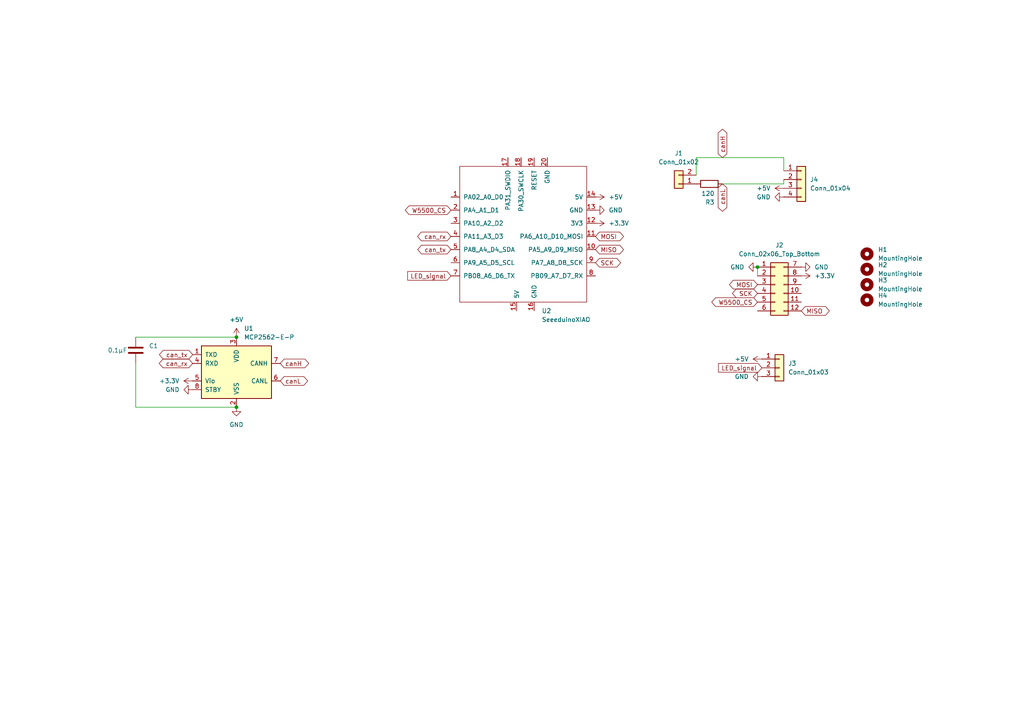
<source format=kicad_sch>
(kicad_sch
	(version 20231120)
	(generator "eeschema")
	(generator_version "8.0")
	(uuid "1bd3dd4b-1ec3-41a8-9869-f843b741b41d")
	(paper "A4")
	(lib_symbols
		(symbol "Connector_Generic:Conn_01x02"
			(pin_names
				(offset 1.016) hide)
			(exclude_from_sim no)
			(in_bom yes)
			(on_board yes)
			(property "Reference" "J"
				(at 0 2.54 0)
				(effects
					(font
						(size 1.27 1.27)
					)
				)
			)
			(property "Value" "Conn_01x02"
				(at 0 -5.08 0)
				(effects
					(font
						(size 1.27 1.27)
					)
				)
			)
			(property "Footprint" ""
				(at 0 0 0)
				(effects
					(font
						(size 1.27 1.27)
					)
					(hide yes)
				)
			)
			(property "Datasheet" "~"
				(at 0 0 0)
				(effects
					(font
						(size 1.27 1.27)
					)
					(hide yes)
				)
			)
			(property "Description" "Generic connector, single row, 01x02, script generated (kicad-library-utils/schlib/autogen/connector/)"
				(at 0 0 0)
				(effects
					(font
						(size 1.27 1.27)
					)
					(hide yes)
				)
			)
			(property "ki_keywords" "connector"
				(at 0 0 0)
				(effects
					(font
						(size 1.27 1.27)
					)
					(hide yes)
				)
			)
			(property "ki_fp_filters" "Connector*:*_1x??_*"
				(at 0 0 0)
				(effects
					(font
						(size 1.27 1.27)
					)
					(hide yes)
				)
			)
			(symbol "Conn_01x02_1_1"
				(rectangle
					(start -1.27 -2.413)
					(end 0 -2.667)
					(stroke
						(width 0.1524)
						(type default)
					)
					(fill
						(type none)
					)
				)
				(rectangle
					(start -1.27 0.127)
					(end 0 -0.127)
					(stroke
						(width 0.1524)
						(type default)
					)
					(fill
						(type none)
					)
				)
				(rectangle
					(start -1.27 1.27)
					(end 1.27 -3.81)
					(stroke
						(width 0.254)
						(type default)
					)
					(fill
						(type background)
					)
				)
				(pin passive line
					(at -5.08 0 0)
					(length 3.81)
					(name "Pin_1"
						(effects
							(font
								(size 1.27 1.27)
							)
						)
					)
					(number "1"
						(effects
							(font
								(size 1.27 1.27)
							)
						)
					)
				)
				(pin passive line
					(at -5.08 -2.54 0)
					(length 3.81)
					(name "Pin_2"
						(effects
							(font
								(size 1.27 1.27)
							)
						)
					)
					(number "2"
						(effects
							(font
								(size 1.27 1.27)
							)
						)
					)
				)
			)
		)
		(symbol "Connector_Generic:Conn_01x03"
			(pin_names
				(offset 1.016) hide)
			(exclude_from_sim no)
			(in_bom yes)
			(on_board yes)
			(property "Reference" "J"
				(at 0 5.08 0)
				(effects
					(font
						(size 1.27 1.27)
					)
				)
			)
			(property "Value" "Conn_01x03"
				(at 0 -5.08 0)
				(effects
					(font
						(size 1.27 1.27)
					)
				)
			)
			(property "Footprint" ""
				(at 0 0 0)
				(effects
					(font
						(size 1.27 1.27)
					)
					(hide yes)
				)
			)
			(property "Datasheet" "~"
				(at 0 0 0)
				(effects
					(font
						(size 1.27 1.27)
					)
					(hide yes)
				)
			)
			(property "Description" "Generic connector, single row, 01x03, script generated (kicad-library-utils/schlib/autogen/connector/)"
				(at 0 0 0)
				(effects
					(font
						(size 1.27 1.27)
					)
					(hide yes)
				)
			)
			(property "ki_keywords" "connector"
				(at 0 0 0)
				(effects
					(font
						(size 1.27 1.27)
					)
					(hide yes)
				)
			)
			(property "ki_fp_filters" "Connector*:*_1x??_*"
				(at 0 0 0)
				(effects
					(font
						(size 1.27 1.27)
					)
					(hide yes)
				)
			)
			(symbol "Conn_01x03_1_1"
				(rectangle
					(start -1.27 -2.413)
					(end 0 -2.667)
					(stroke
						(width 0.1524)
						(type default)
					)
					(fill
						(type none)
					)
				)
				(rectangle
					(start -1.27 0.127)
					(end 0 -0.127)
					(stroke
						(width 0.1524)
						(type default)
					)
					(fill
						(type none)
					)
				)
				(rectangle
					(start -1.27 2.667)
					(end 0 2.413)
					(stroke
						(width 0.1524)
						(type default)
					)
					(fill
						(type none)
					)
				)
				(rectangle
					(start -1.27 3.81)
					(end 1.27 -3.81)
					(stroke
						(width 0.254)
						(type default)
					)
					(fill
						(type background)
					)
				)
				(pin passive line
					(at -5.08 2.54 0)
					(length 3.81)
					(name "Pin_1"
						(effects
							(font
								(size 1.27 1.27)
							)
						)
					)
					(number "1"
						(effects
							(font
								(size 1.27 1.27)
							)
						)
					)
				)
				(pin passive line
					(at -5.08 0 0)
					(length 3.81)
					(name "Pin_2"
						(effects
							(font
								(size 1.27 1.27)
							)
						)
					)
					(number "2"
						(effects
							(font
								(size 1.27 1.27)
							)
						)
					)
				)
				(pin passive line
					(at -5.08 -2.54 0)
					(length 3.81)
					(name "Pin_3"
						(effects
							(font
								(size 1.27 1.27)
							)
						)
					)
					(number "3"
						(effects
							(font
								(size 1.27 1.27)
							)
						)
					)
				)
			)
		)
		(symbol "Connector_Generic:Conn_01x04"
			(pin_names
				(offset 1.016) hide)
			(exclude_from_sim no)
			(in_bom yes)
			(on_board yes)
			(property "Reference" "J"
				(at 0 5.08 0)
				(effects
					(font
						(size 1.27 1.27)
					)
				)
			)
			(property "Value" "Conn_01x04"
				(at 0 -7.62 0)
				(effects
					(font
						(size 1.27 1.27)
					)
				)
			)
			(property "Footprint" ""
				(at 0 0 0)
				(effects
					(font
						(size 1.27 1.27)
					)
					(hide yes)
				)
			)
			(property "Datasheet" "~"
				(at 0 0 0)
				(effects
					(font
						(size 1.27 1.27)
					)
					(hide yes)
				)
			)
			(property "Description" "Generic connector, single row, 01x04, script generated (kicad-library-utils/schlib/autogen/connector/)"
				(at 0 0 0)
				(effects
					(font
						(size 1.27 1.27)
					)
					(hide yes)
				)
			)
			(property "ki_keywords" "connector"
				(at 0 0 0)
				(effects
					(font
						(size 1.27 1.27)
					)
					(hide yes)
				)
			)
			(property "ki_fp_filters" "Connector*:*_1x??_*"
				(at 0 0 0)
				(effects
					(font
						(size 1.27 1.27)
					)
					(hide yes)
				)
			)
			(symbol "Conn_01x04_1_1"
				(rectangle
					(start -1.27 -4.953)
					(end 0 -5.207)
					(stroke
						(width 0.1524)
						(type default)
					)
					(fill
						(type none)
					)
				)
				(rectangle
					(start -1.27 -2.413)
					(end 0 -2.667)
					(stroke
						(width 0.1524)
						(type default)
					)
					(fill
						(type none)
					)
				)
				(rectangle
					(start -1.27 0.127)
					(end 0 -0.127)
					(stroke
						(width 0.1524)
						(type default)
					)
					(fill
						(type none)
					)
				)
				(rectangle
					(start -1.27 2.667)
					(end 0 2.413)
					(stroke
						(width 0.1524)
						(type default)
					)
					(fill
						(type none)
					)
				)
				(rectangle
					(start -1.27 3.81)
					(end 1.27 -6.35)
					(stroke
						(width 0.254)
						(type default)
					)
					(fill
						(type background)
					)
				)
				(pin passive line
					(at -5.08 2.54 0)
					(length 3.81)
					(name "Pin_1"
						(effects
							(font
								(size 1.27 1.27)
							)
						)
					)
					(number "1"
						(effects
							(font
								(size 1.27 1.27)
							)
						)
					)
				)
				(pin passive line
					(at -5.08 0 0)
					(length 3.81)
					(name "Pin_2"
						(effects
							(font
								(size 1.27 1.27)
							)
						)
					)
					(number "2"
						(effects
							(font
								(size 1.27 1.27)
							)
						)
					)
				)
				(pin passive line
					(at -5.08 -2.54 0)
					(length 3.81)
					(name "Pin_3"
						(effects
							(font
								(size 1.27 1.27)
							)
						)
					)
					(number "3"
						(effects
							(font
								(size 1.27 1.27)
							)
						)
					)
				)
				(pin passive line
					(at -5.08 -5.08 0)
					(length 3.81)
					(name "Pin_4"
						(effects
							(font
								(size 1.27 1.27)
							)
						)
					)
					(number "4"
						(effects
							(font
								(size 1.27 1.27)
							)
						)
					)
				)
			)
		)
		(symbol "Connector_Generic:Conn_02x06_Top_Bottom"
			(pin_names
				(offset 1.016) hide)
			(exclude_from_sim no)
			(in_bom yes)
			(on_board yes)
			(property "Reference" "J"
				(at 1.27 7.62 0)
				(effects
					(font
						(size 1.27 1.27)
					)
				)
			)
			(property "Value" "Conn_02x06_Top_Bottom"
				(at 1.27 -10.16 0)
				(effects
					(font
						(size 1.27 1.27)
					)
				)
			)
			(property "Footprint" ""
				(at 0 0 0)
				(effects
					(font
						(size 1.27 1.27)
					)
					(hide yes)
				)
			)
			(property "Datasheet" "~"
				(at 0 0 0)
				(effects
					(font
						(size 1.27 1.27)
					)
					(hide yes)
				)
			)
			(property "Description" "Generic connector, double row, 02x06, top/bottom pin numbering scheme (row 1: 1...pins_per_row, row2: pins_per_row+1 ... num_pins), script generated (kicad-library-utils/schlib/autogen/connector/)"
				(at 0 0 0)
				(effects
					(font
						(size 1.27 1.27)
					)
					(hide yes)
				)
			)
			(property "ki_keywords" "connector"
				(at 0 0 0)
				(effects
					(font
						(size 1.27 1.27)
					)
					(hide yes)
				)
			)
			(property "ki_fp_filters" "Connector*:*_2x??_*"
				(at 0 0 0)
				(effects
					(font
						(size 1.27 1.27)
					)
					(hide yes)
				)
			)
			(symbol "Conn_02x06_Top_Bottom_1_1"
				(rectangle
					(start -1.27 -7.493)
					(end 0 -7.747)
					(stroke
						(width 0.1524)
						(type default)
					)
					(fill
						(type none)
					)
				)
				(rectangle
					(start -1.27 -4.953)
					(end 0 -5.207)
					(stroke
						(width 0.1524)
						(type default)
					)
					(fill
						(type none)
					)
				)
				(rectangle
					(start -1.27 -2.413)
					(end 0 -2.667)
					(stroke
						(width 0.1524)
						(type default)
					)
					(fill
						(type none)
					)
				)
				(rectangle
					(start -1.27 0.127)
					(end 0 -0.127)
					(stroke
						(width 0.1524)
						(type default)
					)
					(fill
						(type none)
					)
				)
				(rectangle
					(start -1.27 2.667)
					(end 0 2.413)
					(stroke
						(width 0.1524)
						(type default)
					)
					(fill
						(type none)
					)
				)
				(rectangle
					(start -1.27 5.207)
					(end 0 4.953)
					(stroke
						(width 0.1524)
						(type default)
					)
					(fill
						(type none)
					)
				)
				(rectangle
					(start -1.27 6.35)
					(end 3.81 -8.89)
					(stroke
						(width 0.254)
						(type default)
					)
					(fill
						(type background)
					)
				)
				(rectangle
					(start 3.81 -7.493)
					(end 2.54 -7.747)
					(stroke
						(width 0.1524)
						(type default)
					)
					(fill
						(type none)
					)
				)
				(rectangle
					(start 3.81 -4.953)
					(end 2.54 -5.207)
					(stroke
						(width 0.1524)
						(type default)
					)
					(fill
						(type none)
					)
				)
				(rectangle
					(start 3.81 -2.413)
					(end 2.54 -2.667)
					(stroke
						(width 0.1524)
						(type default)
					)
					(fill
						(type none)
					)
				)
				(rectangle
					(start 3.81 0.127)
					(end 2.54 -0.127)
					(stroke
						(width 0.1524)
						(type default)
					)
					(fill
						(type none)
					)
				)
				(rectangle
					(start 3.81 2.667)
					(end 2.54 2.413)
					(stroke
						(width 0.1524)
						(type default)
					)
					(fill
						(type none)
					)
				)
				(rectangle
					(start 3.81 5.207)
					(end 2.54 4.953)
					(stroke
						(width 0.1524)
						(type default)
					)
					(fill
						(type none)
					)
				)
				(pin passive line
					(at -5.08 5.08 0)
					(length 3.81)
					(name "Pin_1"
						(effects
							(font
								(size 1.27 1.27)
							)
						)
					)
					(number "1"
						(effects
							(font
								(size 1.27 1.27)
							)
						)
					)
				)
				(pin passive line
					(at 7.62 -2.54 180)
					(length 3.81)
					(name "Pin_10"
						(effects
							(font
								(size 1.27 1.27)
							)
						)
					)
					(number "10"
						(effects
							(font
								(size 1.27 1.27)
							)
						)
					)
				)
				(pin passive line
					(at 7.62 -5.08 180)
					(length 3.81)
					(name "Pin_11"
						(effects
							(font
								(size 1.27 1.27)
							)
						)
					)
					(number "11"
						(effects
							(font
								(size 1.27 1.27)
							)
						)
					)
				)
				(pin passive line
					(at 7.62 -7.62 180)
					(length 3.81)
					(name "Pin_12"
						(effects
							(font
								(size 1.27 1.27)
							)
						)
					)
					(number "12"
						(effects
							(font
								(size 1.27 1.27)
							)
						)
					)
				)
				(pin passive line
					(at -5.08 2.54 0)
					(length 3.81)
					(name "Pin_2"
						(effects
							(font
								(size 1.27 1.27)
							)
						)
					)
					(number "2"
						(effects
							(font
								(size 1.27 1.27)
							)
						)
					)
				)
				(pin passive line
					(at -5.08 0 0)
					(length 3.81)
					(name "Pin_3"
						(effects
							(font
								(size 1.27 1.27)
							)
						)
					)
					(number "3"
						(effects
							(font
								(size 1.27 1.27)
							)
						)
					)
				)
				(pin passive line
					(at -5.08 -2.54 0)
					(length 3.81)
					(name "Pin_4"
						(effects
							(font
								(size 1.27 1.27)
							)
						)
					)
					(number "4"
						(effects
							(font
								(size 1.27 1.27)
							)
						)
					)
				)
				(pin passive line
					(at -5.08 -5.08 0)
					(length 3.81)
					(name "Pin_5"
						(effects
							(font
								(size 1.27 1.27)
							)
						)
					)
					(number "5"
						(effects
							(font
								(size 1.27 1.27)
							)
						)
					)
				)
				(pin passive line
					(at -5.08 -7.62 0)
					(length 3.81)
					(name "Pin_6"
						(effects
							(font
								(size 1.27 1.27)
							)
						)
					)
					(number "6"
						(effects
							(font
								(size 1.27 1.27)
							)
						)
					)
				)
				(pin passive line
					(at 7.62 5.08 180)
					(length 3.81)
					(name "Pin_7"
						(effects
							(font
								(size 1.27 1.27)
							)
						)
					)
					(number "7"
						(effects
							(font
								(size 1.27 1.27)
							)
						)
					)
				)
				(pin passive line
					(at 7.62 2.54 180)
					(length 3.81)
					(name "Pin_8"
						(effects
							(font
								(size 1.27 1.27)
							)
						)
					)
					(number "8"
						(effects
							(font
								(size 1.27 1.27)
							)
						)
					)
				)
				(pin passive line
					(at 7.62 0 180)
					(length 3.81)
					(name "Pin_9"
						(effects
							(font
								(size 1.27 1.27)
							)
						)
					)
					(number "9"
						(effects
							(font
								(size 1.27 1.27)
							)
						)
					)
				)
			)
		)
		(symbol "Device:C"
			(pin_numbers hide)
			(pin_names
				(offset 0.254)
			)
			(exclude_from_sim no)
			(in_bom yes)
			(on_board yes)
			(property "Reference" "C"
				(at 0.635 2.54 0)
				(effects
					(font
						(size 1.27 1.27)
					)
					(justify left)
				)
			)
			(property "Value" "C"
				(at 0.635 -2.54 0)
				(effects
					(font
						(size 1.27 1.27)
					)
					(justify left)
				)
			)
			(property "Footprint" ""
				(at 0.9652 -3.81 0)
				(effects
					(font
						(size 1.27 1.27)
					)
					(hide yes)
				)
			)
			(property "Datasheet" "~"
				(at 0 0 0)
				(effects
					(font
						(size 1.27 1.27)
					)
					(hide yes)
				)
			)
			(property "Description" "Unpolarized capacitor"
				(at 0 0 0)
				(effects
					(font
						(size 1.27 1.27)
					)
					(hide yes)
				)
			)
			(property "ki_keywords" "cap capacitor"
				(at 0 0 0)
				(effects
					(font
						(size 1.27 1.27)
					)
					(hide yes)
				)
			)
			(property "ki_fp_filters" "C_*"
				(at 0 0 0)
				(effects
					(font
						(size 1.27 1.27)
					)
					(hide yes)
				)
			)
			(symbol "C_0_1"
				(polyline
					(pts
						(xy -2.032 -0.762) (xy 2.032 -0.762)
					)
					(stroke
						(width 0.508)
						(type default)
					)
					(fill
						(type none)
					)
				)
				(polyline
					(pts
						(xy -2.032 0.762) (xy 2.032 0.762)
					)
					(stroke
						(width 0.508)
						(type default)
					)
					(fill
						(type none)
					)
				)
			)
			(symbol "C_1_1"
				(pin passive line
					(at 0 3.81 270)
					(length 2.794)
					(name "~"
						(effects
							(font
								(size 1.27 1.27)
							)
						)
					)
					(number "1"
						(effects
							(font
								(size 1.27 1.27)
							)
						)
					)
				)
				(pin passive line
					(at 0 -3.81 90)
					(length 2.794)
					(name "~"
						(effects
							(font
								(size 1.27 1.27)
							)
						)
					)
					(number "2"
						(effects
							(font
								(size 1.27 1.27)
							)
						)
					)
				)
			)
		)
		(symbol "Device:R"
			(pin_numbers hide)
			(pin_names
				(offset 0)
			)
			(exclude_from_sim no)
			(in_bom yes)
			(on_board yes)
			(property "Reference" "R"
				(at 2.032 0 90)
				(effects
					(font
						(size 1.27 1.27)
					)
				)
			)
			(property "Value" "R"
				(at 0 0 90)
				(effects
					(font
						(size 1.27 1.27)
					)
				)
			)
			(property "Footprint" ""
				(at -1.778 0 90)
				(effects
					(font
						(size 1.27 1.27)
					)
					(hide yes)
				)
			)
			(property "Datasheet" "~"
				(at 0 0 0)
				(effects
					(font
						(size 1.27 1.27)
					)
					(hide yes)
				)
			)
			(property "Description" "Resistor"
				(at 0 0 0)
				(effects
					(font
						(size 1.27 1.27)
					)
					(hide yes)
				)
			)
			(property "ki_keywords" "R res resistor"
				(at 0 0 0)
				(effects
					(font
						(size 1.27 1.27)
					)
					(hide yes)
				)
			)
			(property "ki_fp_filters" "R_*"
				(at 0 0 0)
				(effects
					(font
						(size 1.27 1.27)
					)
					(hide yes)
				)
			)
			(symbol "R_0_1"
				(rectangle
					(start -1.016 -2.54)
					(end 1.016 2.54)
					(stroke
						(width 0.254)
						(type default)
					)
					(fill
						(type none)
					)
				)
			)
			(symbol "R_1_1"
				(pin passive line
					(at 0 3.81 270)
					(length 1.27)
					(name "~"
						(effects
							(font
								(size 1.27 1.27)
							)
						)
					)
					(number "1"
						(effects
							(font
								(size 1.27 1.27)
							)
						)
					)
				)
				(pin passive line
					(at 0 -3.81 90)
					(length 1.27)
					(name "~"
						(effects
							(font
								(size 1.27 1.27)
							)
						)
					)
					(number "2"
						(effects
							(font
								(size 1.27 1.27)
							)
						)
					)
				)
			)
		)
		(symbol "Interface_CAN_LIN:MCP2562-E-P"
			(pin_names
				(offset 1.016)
			)
			(exclude_from_sim no)
			(in_bom yes)
			(on_board yes)
			(property "Reference" "U"
				(at -10.16 8.89 0)
				(effects
					(font
						(size 1.27 1.27)
					)
					(justify left)
				)
			)
			(property "Value" "MCP2562-E-P"
				(at 2.54 8.89 0)
				(effects
					(font
						(size 1.27 1.27)
					)
					(justify left)
				)
			)
			(property "Footprint" "Package_DIP:DIP-8_W7.62mm"
				(at 0 -12.7 0)
				(effects
					(font
						(size 1.27 1.27)
						(italic yes)
					)
					(hide yes)
				)
			)
			(property "Datasheet" "http://ww1.microchip.com/downloads/en/DeviceDoc/25167A.pdf"
				(at 0 0 0)
				(effects
					(font
						(size 1.27 1.27)
					)
					(hide yes)
				)
			)
			(property "Description" "High-Speed CAN Transceiver, 1Mbps, 5V supply, Vio pin, -40C to +125C, DIP-8"
				(at 0 0 0)
				(effects
					(font
						(size 1.27 1.27)
					)
					(hide yes)
				)
			)
			(property "ki_keywords" "High-Speed CAN Transceiver"
				(at 0 0 0)
				(effects
					(font
						(size 1.27 1.27)
					)
					(hide yes)
				)
			)
			(property "ki_fp_filters" "DIP*W7.62mm*"
				(at 0 0 0)
				(effects
					(font
						(size 1.27 1.27)
					)
					(hide yes)
				)
			)
			(symbol "MCP2562-E-P_0_1"
				(rectangle
					(start -10.16 7.62)
					(end 10.16 -7.62)
					(stroke
						(width 0.254)
						(type default)
					)
					(fill
						(type background)
					)
				)
			)
			(symbol "MCP2562-E-P_1_1"
				(pin input line
					(at -12.7 5.08 0)
					(length 2.54)
					(name "TXD"
						(effects
							(font
								(size 1.27 1.27)
							)
						)
					)
					(number "1"
						(effects
							(font
								(size 1.27 1.27)
							)
						)
					)
				)
				(pin power_in line
					(at 0 -10.16 90)
					(length 2.54)
					(name "VSS"
						(effects
							(font
								(size 1.27 1.27)
							)
						)
					)
					(number "2"
						(effects
							(font
								(size 1.27 1.27)
							)
						)
					)
				)
				(pin power_in line
					(at 0 10.16 270)
					(length 2.54)
					(name "VDD"
						(effects
							(font
								(size 1.27 1.27)
							)
						)
					)
					(number "3"
						(effects
							(font
								(size 1.27 1.27)
							)
						)
					)
				)
				(pin output line
					(at -12.7 2.54 0)
					(length 2.54)
					(name "RXD"
						(effects
							(font
								(size 1.27 1.27)
							)
						)
					)
					(number "4"
						(effects
							(font
								(size 1.27 1.27)
							)
						)
					)
				)
				(pin power_in line
					(at -12.7 -2.54 0)
					(length 2.54)
					(name "Vio"
						(effects
							(font
								(size 1.27 1.27)
							)
						)
					)
					(number "5"
						(effects
							(font
								(size 1.27 1.27)
							)
						)
					)
				)
				(pin bidirectional line
					(at 12.7 -2.54 180)
					(length 2.54)
					(name "CANL"
						(effects
							(font
								(size 1.27 1.27)
							)
						)
					)
					(number "6"
						(effects
							(font
								(size 1.27 1.27)
							)
						)
					)
				)
				(pin bidirectional line
					(at 12.7 2.54 180)
					(length 2.54)
					(name "CANH"
						(effects
							(font
								(size 1.27 1.27)
							)
						)
					)
					(number "7"
						(effects
							(font
								(size 1.27 1.27)
							)
						)
					)
				)
				(pin input line
					(at -12.7 -5.08 0)
					(length 2.54)
					(name "STBY"
						(effects
							(font
								(size 1.27 1.27)
							)
						)
					)
					(number "8"
						(effects
							(font
								(size 1.27 1.27)
							)
						)
					)
				)
			)
		)
		(symbol "Mechanical:MountingHole"
			(pin_names
				(offset 1.016)
			)
			(exclude_from_sim no)
			(in_bom yes)
			(on_board yes)
			(property "Reference" "H"
				(at 0 5.08 0)
				(effects
					(font
						(size 1.27 1.27)
					)
				)
			)
			(property "Value" "MountingHole"
				(at 0 3.175 0)
				(effects
					(font
						(size 1.27 1.27)
					)
				)
			)
			(property "Footprint" ""
				(at 0 0 0)
				(effects
					(font
						(size 1.27 1.27)
					)
					(hide yes)
				)
			)
			(property "Datasheet" "~"
				(at 0 0 0)
				(effects
					(font
						(size 1.27 1.27)
					)
					(hide yes)
				)
			)
			(property "Description" "Mounting Hole without connection"
				(at 0 0 0)
				(effects
					(font
						(size 1.27 1.27)
					)
					(hide yes)
				)
			)
			(property "ki_keywords" "mounting hole"
				(at 0 0 0)
				(effects
					(font
						(size 1.27 1.27)
					)
					(hide yes)
				)
			)
			(property "ki_fp_filters" "MountingHole*"
				(at 0 0 0)
				(effects
					(font
						(size 1.27 1.27)
					)
					(hide yes)
				)
			)
			(symbol "MountingHole_0_1"
				(circle
					(center 0 0)
					(radius 1.27)
					(stroke
						(width 1.27)
						(type default)
					)
					(fill
						(type none)
					)
				)
			)
		)
		(symbol "Seeeduino XIAO:SeeeduinoXIAO"
			(pin_names
				(offset 1.016)
			)
			(exclude_from_sim no)
			(in_bom yes)
			(on_board yes)
			(property "Reference" "U"
				(at -19.05 22.86 0)
				(effects
					(font
						(size 1.27 1.27)
					)
				)
			)
			(property "Value" "SeeeduinoXIAO"
				(at -12.7 21.59 0)
				(effects
					(font
						(size 1.27 1.27)
					)
				)
			)
			(property "Footprint" ""
				(at -8.89 5.08 0)
				(effects
					(font
						(size 1.27 1.27)
					)
					(hide yes)
				)
			)
			(property "Datasheet" ""
				(at -8.89 5.08 0)
				(effects
					(font
						(size 1.27 1.27)
					)
					(hide yes)
				)
			)
			(property "Description" ""
				(at 0 0 0)
				(effects
					(font
						(size 1.27 1.27)
					)
					(hide yes)
				)
			)
			(symbol "SeeeduinoXIAO_0_1"
				(rectangle
					(start -19.05 20.32)
					(end 17.78 -19.05)
					(stroke
						(width 0)
						(type solid)
					)
					(fill
						(type none)
					)
				)
			)
			(symbol "SeeeduinoXIAO_1_1"
				(pin unspecified line
					(at -21.59 11.43 0)
					(length 2.54)
					(name "PA02_A0_D0"
						(effects
							(font
								(size 1.27 1.27)
							)
						)
					)
					(number "1"
						(effects
							(font
								(size 1.27 1.27)
							)
						)
					)
				)
				(pin unspecified line
					(at 20.32 -3.81 180)
					(length 2.54)
					(name "PA5_A9_D9_MISO"
						(effects
							(font
								(size 1.27 1.27)
							)
						)
					)
					(number "10"
						(effects
							(font
								(size 1.27 1.27)
							)
						)
					)
				)
				(pin unspecified line
					(at 20.32 0 180)
					(length 2.54)
					(name "PA6_A10_D10_MOSI"
						(effects
							(font
								(size 1.27 1.27)
							)
						)
					)
					(number "11"
						(effects
							(font
								(size 1.27 1.27)
							)
						)
					)
				)
				(pin unspecified line
					(at 20.32 3.81 180)
					(length 2.54)
					(name "3V3"
						(effects
							(font
								(size 1.27 1.27)
							)
						)
					)
					(number "12"
						(effects
							(font
								(size 1.27 1.27)
							)
						)
					)
				)
				(pin unspecified line
					(at 20.32 7.62 180)
					(length 2.54)
					(name "GND"
						(effects
							(font
								(size 1.27 1.27)
							)
						)
					)
					(number "13"
						(effects
							(font
								(size 1.27 1.27)
							)
						)
					)
				)
				(pin unspecified line
					(at 20.32 11.43 180)
					(length 2.54)
					(name "5V"
						(effects
							(font
								(size 1.27 1.27)
							)
						)
					)
					(number "14"
						(effects
							(font
								(size 1.27 1.27)
							)
						)
					)
				)
				(pin input line
					(at -2.54 -21.59 90)
					(length 2.54)
					(name "5V"
						(effects
							(font
								(size 1.27 1.27)
							)
						)
					)
					(number "15"
						(effects
							(font
								(size 1.27 1.27)
							)
						)
					)
				)
				(pin input line
					(at 2.54 -21.59 90)
					(length 2.54)
					(name "GND"
						(effects
							(font
								(size 1.27 1.27)
							)
						)
					)
					(number "16"
						(effects
							(font
								(size 1.27 1.27)
							)
						)
					)
				)
				(pin input line
					(at -5.08 22.86 270)
					(length 2.54)
					(name "PA31_SWDIO"
						(effects
							(font
								(size 1.27 1.27)
							)
						)
					)
					(number "17"
						(effects
							(font
								(size 1.27 1.27)
							)
						)
					)
				)
				(pin input line
					(at -1.27 22.86 270)
					(length 2.54)
					(name "PA30_SWCLK"
						(effects
							(font
								(size 1.27 1.27)
							)
						)
					)
					(number "18"
						(effects
							(font
								(size 1.27 1.27)
							)
						)
					)
				)
				(pin input line
					(at 2.54 22.86 270)
					(length 2.54)
					(name "RESET"
						(effects
							(font
								(size 1.27 1.27)
							)
						)
					)
					(number "19"
						(effects
							(font
								(size 1.27 1.27)
							)
						)
					)
				)
				(pin unspecified line
					(at -21.59 7.62 0)
					(length 2.54)
					(name "PA4_A1_D1"
						(effects
							(font
								(size 1.27 1.27)
							)
						)
					)
					(number "2"
						(effects
							(font
								(size 1.27 1.27)
							)
						)
					)
				)
				(pin input line
					(at 6.35 22.86 270)
					(length 2.54)
					(name "GND"
						(effects
							(font
								(size 1.27 1.27)
							)
						)
					)
					(number "20"
						(effects
							(font
								(size 1.27 1.27)
							)
						)
					)
				)
				(pin unspecified line
					(at -21.59 3.81 0)
					(length 2.54)
					(name "PA10_A2_D2"
						(effects
							(font
								(size 1.27 1.27)
							)
						)
					)
					(number "3"
						(effects
							(font
								(size 1.27 1.27)
							)
						)
					)
				)
				(pin unspecified line
					(at -21.59 0 0)
					(length 2.54)
					(name "PA11_A3_D3"
						(effects
							(font
								(size 1.27 1.27)
							)
						)
					)
					(number "4"
						(effects
							(font
								(size 1.27 1.27)
							)
						)
					)
				)
				(pin unspecified line
					(at -21.59 -3.81 0)
					(length 2.54)
					(name "PA8_A4_D4_SDA"
						(effects
							(font
								(size 1.27 1.27)
							)
						)
					)
					(number "5"
						(effects
							(font
								(size 1.27 1.27)
							)
						)
					)
				)
				(pin unspecified line
					(at -21.59 -7.62 0)
					(length 2.54)
					(name "PA9_A5_D5_SCL"
						(effects
							(font
								(size 1.27 1.27)
							)
						)
					)
					(number "6"
						(effects
							(font
								(size 1.27 1.27)
							)
						)
					)
				)
				(pin unspecified line
					(at -21.59 -11.43 0)
					(length 2.54)
					(name "PB08_A6_D6_TX"
						(effects
							(font
								(size 1.27 1.27)
							)
						)
					)
					(number "7"
						(effects
							(font
								(size 1.27 1.27)
							)
						)
					)
				)
				(pin unspecified line
					(at 20.32 -11.43 180)
					(length 2.54)
					(name "PB09_A7_D7_RX"
						(effects
							(font
								(size 1.27 1.27)
							)
						)
					)
					(number "8"
						(effects
							(font
								(size 1.27 1.27)
							)
						)
					)
				)
				(pin unspecified line
					(at 20.32 -7.62 180)
					(length 2.54)
					(name "PA7_A8_D8_SCK"
						(effects
							(font
								(size 1.27 1.27)
							)
						)
					)
					(number "9"
						(effects
							(font
								(size 1.27 1.27)
							)
						)
					)
				)
			)
		)
		(symbol "power:+3.3V"
			(power)
			(pin_numbers hide)
			(pin_names
				(offset 0) hide)
			(exclude_from_sim no)
			(in_bom yes)
			(on_board yes)
			(property "Reference" "#PWR"
				(at 0 -3.81 0)
				(effects
					(font
						(size 1.27 1.27)
					)
					(hide yes)
				)
			)
			(property "Value" "+3.3V"
				(at 0 3.556 0)
				(effects
					(font
						(size 1.27 1.27)
					)
				)
			)
			(property "Footprint" ""
				(at 0 0 0)
				(effects
					(font
						(size 1.27 1.27)
					)
					(hide yes)
				)
			)
			(property "Datasheet" ""
				(at 0 0 0)
				(effects
					(font
						(size 1.27 1.27)
					)
					(hide yes)
				)
			)
			(property "Description" "Power symbol creates a global label with name \"+3.3V\""
				(at 0 0 0)
				(effects
					(font
						(size 1.27 1.27)
					)
					(hide yes)
				)
			)
			(property "ki_keywords" "global power"
				(at 0 0 0)
				(effects
					(font
						(size 1.27 1.27)
					)
					(hide yes)
				)
			)
			(symbol "+3.3V_0_1"
				(polyline
					(pts
						(xy -0.762 1.27) (xy 0 2.54)
					)
					(stroke
						(width 0)
						(type default)
					)
					(fill
						(type none)
					)
				)
				(polyline
					(pts
						(xy 0 0) (xy 0 2.54)
					)
					(stroke
						(width 0)
						(type default)
					)
					(fill
						(type none)
					)
				)
				(polyline
					(pts
						(xy 0 2.54) (xy 0.762 1.27)
					)
					(stroke
						(width 0)
						(type default)
					)
					(fill
						(type none)
					)
				)
			)
			(symbol "+3.3V_1_1"
				(pin power_in line
					(at 0 0 90)
					(length 0)
					(name "~"
						(effects
							(font
								(size 1.27 1.27)
							)
						)
					)
					(number "1"
						(effects
							(font
								(size 1.27 1.27)
							)
						)
					)
				)
			)
		)
		(symbol "power:+5V"
			(power)
			(pin_numbers hide)
			(pin_names
				(offset 0) hide)
			(exclude_from_sim no)
			(in_bom yes)
			(on_board yes)
			(property "Reference" "#PWR"
				(at 0 -3.81 0)
				(effects
					(font
						(size 1.27 1.27)
					)
					(hide yes)
				)
			)
			(property "Value" "+5V"
				(at 0 3.556 0)
				(effects
					(font
						(size 1.27 1.27)
					)
				)
			)
			(property "Footprint" ""
				(at 0 0 0)
				(effects
					(font
						(size 1.27 1.27)
					)
					(hide yes)
				)
			)
			(property "Datasheet" ""
				(at 0 0 0)
				(effects
					(font
						(size 1.27 1.27)
					)
					(hide yes)
				)
			)
			(property "Description" "Power symbol creates a global label with name \"+5V\""
				(at 0 0 0)
				(effects
					(font
						(size 1.27 1.27)
					)
					(hide yes)
				)
			)
			(property "ki_keywords" "global power"
				(at 0 0 0)
				(effects
					(font
						(size 1.27 1.27)
					)
					(hide yes)
				)
			)
			(symbol "+5V_0_1"
				(polyline
					(pts
						(xy -0.762 1.27) (xy 0 2.54)
					)
					(stroke
						(width 0)
						(type default)
					)
					(fill
						(type none)
					)
				)
				(polyline
					(pts
						(xy 0 0) (xy 0 2.54)
					)
					(stroke
						(width 0)
						(type default)
					)
					(fill
						(type none)
					)
				)
				(polyline
					(pts
						(xy 0 2.54) (xy 0.762 1.27)
					)
					(stroke
						(width 0)
						(type default)
					)
					(fill
						(type none)
					)
				)
			)
			(symbol "+5V_1_1"
				(pin power_in line
					(at 0 0 90)
					(length 0)
					(name "~"
						(effects
							(font
								(size 1.27 1.27)
							)
						)
					)
					(number "1"
						(effects
							(font
								(size 1.27 1.27)
							)
						)
					)
				)
			)
		)
		(symbol "power:GND"
			(power)
			(pin_numbers hide)
			(pin_names
				(offset 0) hide)
			(exclude_from_sim no)
			(in_bom yes)
			(on_board yes)
			(property "Reference" "#PWR"
				(at 0 -6.35 0)
				(effects
					(font
						(size 1.27 1.27)
					)
					(hide yes)
				)
			)
			(property "Value" "GND"
				(at 0 -3.81 0)
				(effects
					(font
						(size 1.27 1.27)
					)
				)
			)
			(property "Footprint" ""
				(at 0 0 0)
				(effects
					(font
						(size 1.27 1.27)
					)
					(hide yes)
				)
			)
			(property "Datasheet" ""
				(at 0 0 0)
				(effects
					(font
						(size 1.27 1.27)
					)
					(hide yes)
				)
			)
			(property "Description" "Power symbol creates a global label with name \"GND\" , ground"
				(at 0 0 0)
				(effects
					(font
						(size 1.27 1.27)
					)
					(hide yes)
				)
			)
			(property "ki_keywords" "global power"
				(at 0 0 0)
				(effects
					(font
						(size 1.27 1.27)
					)
					(hide yes)
				)
			)
			(symbol "GND_0_1"
				(polyline
					(pts
						(xy 0 0) (xy 0 -1.27) (xy 1.27 -1.27) (xy 0 -2.54) (xy -1.27 -1.27) (xy 0 -1.27)
					)
					(stroke
						(width 0)
						(type default)
					)
					(fill
						(type none)
					)
				)
			)
			(symbol "GND_1_1"
				(pin power_in line
					(at 0 0 270)
					(length 0)
					(name "~"
						(effects
							(font
								(size 1.27 1.27)
							)
						)
					)
					(number "1"
						(effects
							(font
								(size 1.27 1.27)
							)
						)
					)
				)
			)
		)
	)
	(junction
		(at 68.58 97.79)
		(diameter 0)
		(color 0 0 0 0)
		(uuid "47b9a538-2f20-4a75-b4df-b002ad47e087")
	)
	(junction
		(at 68.58 118.11)
		(diameter 0)
		(color 0 0 0 0)
		(uuid "498cfc70-1fed-4fe4-a1e1-f398f5a6b07c")
	)
	(junction
		(at 219.71 77.47)
		(diameter 0)
		(color 0 0 0 0)
		(uuid "5489e8b5-ba9d-4a9a-a83e-4750f87e0036")
	)
	(wire
		(pts
			(xy 201.93 45.72) (xy 227.33 45.72)
		)
		(stroke
			(width 0)
			(type default)
		)
		(uuid "030f21d9-ca2c-439e-900d-a6983557be96")
	)
	(wire
		(pts
			(xy 201.93 45.72) (xy 201.93 50.8)
		)
		(stroke
			(width 0)
			(type default)
		)
		(uuid "03d15af4-1eaf-42c9-a2d3-8d554cbf7107")
	)
	(wire
		(pts
			(xy 39.37 105.41) (xy 39.37 118.11)
		)
		(stroke
			(width 0)
			(type default)
		)
		(uuid "0813ef2e-1376-414b-8e27-5dc2c95bd634")
	)
	(wire
		(pts
			(xy 219.71 77.47) (xy 219.71 80.01)
		)
		(stroke
			(width 0)
			(type default)
		)
		(uuid "22ed35e3-cb51-4b1b-bdbb-9038e19efac9")
	)
	(wire
		(pts
			(xy 39.37 118.11) (xy 68.58 118.11)
		)
		(stroke
			(width 0)
			(type default)
		)
		(uuid "75953ea1-8d6e-4b8d-a328-9cb7612e449e")
	)
	(wire
		(pts
			(xy 227.33 53.34) (xy 209.55 53.34)
		)
		(stroke
			(width 0)
			(type default)
		)
		(uuid "955cb0f6-5234-487f-b939-4d30d617373f")
	)
	(wire
		(pts
			(xy 227.33 52.07) (xy 227.33 53.34)
		)
		(stroke
			(width 0)
			(type default)
		)
		(uuid "baad5965-9ffd-4ab5-bbb5-8d9320d137ce")
	)
	(wire
		(pts
			(xy 227.33 49.53) (xy 227.33 45.72)
		)
		(stroke
			(width 0)
			(type default)
		)
		(uuid "e360987f-aa31-4f43-8454-41775d22bd12")
	)
	(wire
		(pts
			(xy 39.37 97.79) (xy 68.58 97.79)
		)
		(stroke
			(width 0)
			(type default)
		)
		(uuid "f7fa6764-e5db-40f2-99af-fce1a617e458")
	)
	(global_label "canH"
		(shape bidirectional)
		(at 81.28 105.41 0)
		(fields_autoplaced yes)
		(effects
			(font
				(size 1.27 1.27)
			)
			(justify left)
		)
		(uuid "01d73e70-f557-4450-9754-9787e450d7a0")
		(property "Intersheetrefs" "${INTERSHEET_REFS}"
			(at 90.0936 105.41 0)
			(effects
				(font
					(size 1.27 1.27)
				)
				(justify left)
				(hide yes)
			)
		)
	)
	(global_label "canH"
		(shape bidirectional)
		(at 209.55 45.72 90)
		(fields_autoplaced yes)
		(effects
			(font
				(size 1.27 1.27)
			)
			(justify left)
		)
		(uuid "217fd5fe-b9e1-431c-ae14-277bd516839a")
		(property "Intersheetrefs" "${INTERSHEET_REFS}"
			(at 209.55 36.9064 90)
			(effects
				(font
					(size 1.27 1.27)
				)
				(justify left)
				(hide yes)
			)
		)
	)
	(global_label "W5500_CS"
		(shape bidirectional)
		(at 219.71 87.63 180)
		(fields_autoplaced yes)
		(effects
			(font
				(size 1.27 1.27)
			)
			(justify right)
		)
		(uuid "2b8c114a-bfb4-474b-915a-e662592845f6")
		(property "Intersheetrefs" "${INTERSHEET_REFS}"
			(at 205.877 87.63 0)
			(effects
				(font
					(size 1.27 1.27)
				)
				(justify right)
				(hide yes)
			)
		)
	)
	(global_label "canL"
		(shape bidirectional)
		(at 209.55 53.34 270)
		(fields_autoplaced yes)
		(effects
			(font
				(size 1.27 1.27)
			)
			(justify right)
		)
		(uuid "35728015-e585-4de2-9b42-b23553e535af")
		(property "Intersheetrefs" "${INTERSHEET_REFS}"
			(at 209.55 61.8512 90)
			(effects
				(font
					(size 1.27 1.27)
				)
				(justify right)
				(hide yes)
			)
		)
	)
	(global_label "can_tx"
		(shape bidirectional)
		(at 55.88 102.87 180)
		(fields_autoplaced yes)
		(effects
			(font
				(size 1.27 1.27)
			)
			(justify right)
		)
		(uuid "5e5cc934-3e7b-4c00-b05f-615b8739e7b1")
		(property "Intersheetrefs" "${INTERSHEET_REFS}"
			(at 45.6755 102.87 0)
			(effects
				(font
					(size 1.27 1.27)
				)
				(justify right)
				(hide yes)
			)
		)
	)
	(global_label "canL"
		(shape bidirectional)
		(at 81.28 110.49 0)
		(fields_autoplaced yes)
		(effects
			(font
				(size 1.27 1.27)
			)
			(justify left)
		)
		(uuid "5f25c62c-448a-45e9-bafb-078ec594c61c")
		(property "Intersheetrefs" "${INTERSHEET_REFS}"
			(at 89.7912 110.49 0)
			(effects
				(font
					(size 1.27 1.27)
				)
				(justify left)
				(hide yes)
			)
		)
	)
	(global_label "SCK"
		(shape bidirectional)
		(at 219.71 85.09 180)
		(fields_autoplaced yes)
		(effects
			(font
				(size 1.27 1.27)
			)
			(justify right)
		)
		(uuid "6d001552-227e-4d22-89db-5481e0cabae7")
		(property "Intersheetrefs" "${INTERSHEET_REFS}"
			(at 211.864 85.09 0)
			(effects
				(font
					(size 1.27 1.27)
				)
				(justify right)
				(hide yes)
			)
		)
	)
	(global_label "LED_signal"
		(shape input)
		(at 220.98 106.68 180)
		(fields_autoplaced yes)
		(effects
			(font
				(size 1.27 1.27)
			)
			(justify right)
		)
		(uuid "6d61d7ae-803f-47a9-a8de-a4bc01d1e4e3")
		(property "Intersheetrefs" "${INTERSHEET_REFS}"
			(at 207.835 106.68 0)
			(effects
				(font
					(size 1.27 1.27)
				)
				(justify right)
				(hide yes)
			)
		)
	)
	(global_label "SCK"
		(shape bidirectional)
		(at 172.72 76.2 0)
		(fields_autoplaced yes)
		(effects
			(font
				(size 1.27 1.27)
			)
			(justify left)
		)
		(uuid "84b6cb2b-f30c-4d21-bb06-b0392c922f87")
		(property "Intersheetrefs" "${INTERSHEET_REFS}"
			(at 180.566 76.2 0)
			(effects
				(font
					(size 1.27 1.27)
				)
				(justify left)
				(hide yes)
			)
		)
	)
	(global_label "LED_signal"
		(shape input)
		(at 130.81 80.01 180)
		(fields_autoplaced yes)
		(effects
			(font
				(size 1.27 1.27)
			)
			(justify right)
		)
		(uuid "890956d8-753b-4a81-8d69-0dcb289eb1d1")
		(property "Intersheetrefs" "${INTERSHEET_REFS}"
			(at 117.665 80.01 0)
			(effects
				(font
					(size 1.27 1.27)
				)
				(justify right)
				(hide yes)
			)
		)
	)
	(global_label "MOSI"
		(shape bidirectional)
		(at 219.71 82.55 180)
		(fields_autoplaced yes)
		(effects
			(font
				(size 1.27 1.27)
			)
			(justify right)
		)
		(uuid "8947f3ab-a257-4606-a16d-8a77748d8a57")
		(property "Intersheetrefs" "${INTERSHEET_REFS}"
			(at 211.0173 82.55 0)
			(effects
				(font
					(size 1.27 1.27)
				)
				(justify right)
				(hide yes)
			)
		)
	)
	(global_label "MISO"
		(shape bidirectional)
		(at 172.72 72.39 0)
		(fields_autoplaced yes)
		(effects
			(font
				(size 1.27 1.27)
			)
			(justify left)
		)
		(uuid "9a966c82-7358-474b-a45a-61ddbb8ba38e")
		(property "Intersheetrefs" "${INTERSHEET_REFS}"
			(at 181.4127 72.39 0)
			(effects
				(font
					(size 1.27 1.27)
				)
				(justify left)
				(hide yes)
			)
		)
	)
	(global_label "can_rx"
		(shape bidirectional)
		(at 55.88 105.41 180)
		(fields_autoplaced yes)
		(effects
			(font
				(size 1.27 1.27)
			)
			(justify right)
		)
		(uuid "b0ad038a-f20c-4b1d-99ea-a33c19f73ce1")
		(property "Intersheetrefs" "${INTERSHEET_REFS}"
			(at 45.615 105.41 0)
			(effects
				(font
					(size 1.27 1.27)
				)
				(justify right)
				(hide yes)
			)
		)
	)
	(global_label "can_rx"
		(shape bidirectional)
		(at 130.81 68.58 180)
		(fields_autoplaced yes)
		(effects
			(font
				(size 1.27 1.27)
			)
			(justify right)
		)
		(uuid "b310d43a-a3a2-4a81-9a86-25f2b0fac01f")
		(property "Intersheetrefs" "${INTERSHEET_REFS}"
			(at 120.545 68.58 0)
			(effects
				(font
					(size 1.27 1.27)
				)
				(justify right)
				(hide yes)
			)
		)
	)
	(global_label "MOSI"
		(shape bidirectional)
		(at 172.72 68.58 0)
		(fields_autoplaced yes)
		(effects
			(font
				(size 1.27 1.27)
			)
			(justify left)
		)
		(uuid "b3eeef04-bd49-4661-a29d-e1599376efde")
		(property "Intersheetrefs" "${INTERSHEET_REFS}"
			(at 181.4127 68.58 0)
			(effects
				(font
					(size 1.27 1.27)
				)
				(justify left)
				(hide yes)
			)
		)
	)
	(global_label "MISO"
		(shape bidirectional)
		(at 232.41 90.17 0)
		(fields_autoplaced yes)
		(effects
			(font
				(size 1.27 1.27)
			)
			(justify left)
		)
		(uuid "b84eb1b8-1420-40a6-a478-1a01fa7ade1c")
		(property "Intersheetrefs" "${INTERSHEET_REFS}"
			(at 241.1027 90.17 0)
			(effects
				(font
					(size 1.27 1.27)
				)
				(justify left)
				(hide yes)
			)
		)
	)
	(global_label "can_tx"
		(shape bidirectional)
		(at 130.81 72.39 180)
		(fields_autoplaced yes)
		(effects
			(font
				(size 1.27 1.27)
			)
			(justify right)
		)
		(uuid "b9e3e664-e854-4cea-b0b1-5d064f593216")
		(property "Intersheetrefs" "${INTERSHEET_REFS}"
			(at 120.6055 72.39 0)
			(effects
				(font
					(size 1.27 1.27)
				)
				(justify right)
				(hide yes)
			)
		)
	)
	(global_label "W5500_CS"
		(shape bidirectional)
		(at 130.81 60.96 180)
		(fields_autoplaced yes)
		(effects
			(font
				(size 1.27 1.27)
			)
			(justify right)
		)
		(uuid "ee0563c5-a7fe-4fab-86f9-99647f549e96")
		(property "Intersheetrefs" "${INTERSHEET_REFS}"
			(at 116.977 60.96 0)
			(effects
				(font
					(size 1.27 1.27)
				)
				(justify right)
				(hide yes)
			)
		)
	)
	(symbol
		(lib_id "power:+5V")
		(at 220.98 104.14 90)
		(unit 1)
		(exclude_from_sim no)
		(in_bom yes)
		(on_board yes)
		(dnp no)
		(fields_autoplaced yes)
		(uuid "06dc9a7d-aced-44b0-8ef9-dbca6d723e29")
		(property "Reference" "#PWR013"
			(at 224.79 104.14 0)
			(effects
				(font
					(size 1.27 1.27)
				)
				(hide yes)
			)
		)
		(property "Value" "+5V"
			(at 217.17 104.1399 90)
			(effects
				(font
					(size 1.27 1.27)
				)
				(justify left)
			)
		)
		(property "Footprint" ""
			(at 220.98 104.14 0)
			(effects
				(font
					(size 1.27 1.27)
				)
				(hide yes)
			)
		)
		(property "Datasheet" ""
			(at 220.98 104.14 0)
			(effects
				(font
					(size 1.27 1.27)
				)
				(hide yes)
			)
		)
		(property "Description" "Power symbol creates a global label with name \"+5V\""
			(at 220.98 104.14 0)
			(effects
				(font
					(size 1.27 1.27)
				)
				(hide yes)
			)
		)
		(pin "1"
			(uuid "1d5932df-0f1a-4ebc-b718-8f4607a05da2")
		)
		(instances
			(project "ethernet_can_v5"
				(path "/1bd3dd4b-1ec3-41a8-9869-f843b741b41d"
					(reference "#PWR013")
					(unit 1)
				)
			)
		)
	)
	(symbol
		(lib_id "power:+5V")
		(at 68.58 97.79 0)
		(unit 1)
		(exclude_from_sim no)
		(in_bom yes)
		(on_board yes)
		(dnp no)
		(fields_autoplaced yes)
		(uuid "0c6dac7b-6e49-4e1c-8f81-91948632c51c")
		(property "Reference" "#PWR03"
			(at 68.58 101.6 0)
			(effects
				(font
					(size 1.27 1.27)
				)
				(hide yes)
			)
		)
		(property "Value" "+5V"
			(at 68.58 92.71 0)
			(effects
				(font
					(size 1.27 1.27)
				)
			)
		)
		(property "Footprint" ""
			(at 68.58 97.79 0)
			(effects
				(font
					(size 1.27 1.27)
				)
				(hide yes)
			)
		)
		(property "Datasheet" ""
			(at 68.58 97.79 0)
			(effects
				(font
					(size 1.27 1.27)
				)
				(hide yes)
			)
		)
		(property "Description" "Power symbol creates a global label with name \"+5V\""
			(at 68.58 97.79 0)
			(effects
				(font
					(size 1.27 1.27)
				)
				(hide yes)
			)
		)
		(pin "1"
			(uuid "7346193a-dbbf-47bc-a247-55b38028e749")
		)
		(instances
			(project "ethernet_can_v5"
				(path "/1bd3dd4b-1ec3-41a8-9869-f843b741b41d"
					(reference "#PWR03")
					(unit 1)
				)
			)
		)
	)
	(symbol
		(lib_id "power:+5V")
		(at 227.33 54.61 90)
		(unit 1)
		(exclude_from_sim no)
		(in_bom yes)
		(on_board yes)
		(dnp no)
		(fields_autoplaced yes)
		(uuid "1700c4d5-af01-4f8e-a278-d473a52847b1")
		(property "Reference" "#PWR015"
			(at 231.14 54.61 0)
			(effects
				(font
					(size 1.27 1.27)
				)
				(hide yes)
			)
		)
		(property "Value" "+5V"
			(at 223.52 54.6099 90)
			(effects
				(font
					(size 1.27 1.27)
				)
				(justify left)
			)
		)
		(property "Footprint" ""
			(at 227.33 54.61 0)
			(effects
				(font
					(size 1.27 1.27)
				)
				(hide yes)
			)
		)
		(property "Datasheet" ""
			(at 227.33 54.61 0)
			(effects
				(font
					(size 1.27 1.27)
				)
				(hide yes)
			)
		)
		(property "Description" "Power symbol creates a global label with name \"+5V\""
			(at 227.33 54.61 0)
			(effects
				(font
					(size 1.27 1.27)
				)
				(hide yes)
			)
		)
		(pin "1"
			(uuid "c2e16549-4383-4425-96ba-eff6c29a006b")
		)
		(instances
			(project "ethernet_can_v5"
				(path "/1bd3dd4b-1ec3-41a8-9869-f843b741b41d"
					(reference "#PWR015")
					(unit 1)
				)
			)
		)
	)
	(symbol
		(lib_id "Device:C")
		(at 39.37 101.6 0)
		(unit 1)
		(exclude_from_sim no)
		(in_bom yes)
		(on_board yes)
		(dnp no)
		(uuid "1bd90692-85cf-4d78-8704-30c04cddc735")
		(property "Reference" "C1"
			(at 43.18 100.3299 0)
			(effects
				(font
					(size 1.27 1.27)
				)
				(justify left)
			)
		)
		(property "Value" "0.1μF"
			(at 31.242 101.6 0)
			(effects
				(font
					(size 1.27 1.27)
				)
				(justify left)
			)
		)
		(property "Footprint" "Capacitor_SMD:C_0603_1608Metric"
			(at 40.3352 105.41 0)
			(effects
				(font
					(size 1.27 1.27)
				)
				(hide yes)
			)
		)
		(property "Datasheet" "~"
			(at 39.37 101.6 0)
			(effects
				(font
					(size 1.27 1.27)
				)
				(hide yes)
			)
		)
		(property "Description" "Unpolarized capacitor"
			(at 39.37 101.6 0)
			(effects
				(font
					(size 1.27 1.27)
				)
				(hide yes)
			)
		)
		(pin "1"
			(uuid "f505e62b-6281-4b6f-9383-590bf8ef889e")
		)
		(pin "2"
			(uuid "58230d30-f719-4beb-9588-6d0f65e93204")
		)
		(instances
			(project "ethernet_can_v5"
				(path "/1bd3dd4b-1ec3-41a8-9869-f843b741b41d"
					(reference "C1")
					(unit 1)
				)
			)
		)
	)
	(symbol
		(lib_id "Connector_Generic:Conn_02x06_Top_Bottom")
		(at 224.79 82.55 0)
		(unit 1)
		(exclude_from_sim no)
		(in_bom yes)
		(on_board yes)
		(dnp no)
		(fields_autoplaced yes)
		(uuid "2080817e-a21b-490b-b687-d4c0a22aaeb0")
		(property "Reference" "J2"
			(at 226.06 71.12 0)
			(effects
				(font
					(size 1.27 1.27)
				)
			)
		)
		(property "Value" "Conn_02x06_Top_Bottom"
			(at 226.06 73.66 0)
			(effects
				(font
					(size 1.27 1.27)
				)
			)
		)
		(property "Footprint" "W5500Lite:W5500Lite"
			(at 224.79 82.55 0)
			(effects
				(font
					(size 1.27 1.27)
				)
				(hide yes)
			)
		)
		(property "Datasheet" "~"
			(at 224.79 82.55 0)
			(effects
				(font
					(size 1.27 1.27)
				)
				(hide yes)
			)
		)
		(property "Description" "Generic connector, double row, 02x06, top/bottom pin numbering scheme (row 1: 1...pins_per_row, row2: pins_per_row+1 ... num_pins), script generated (kicad-library-utils/schlib/autogen/connector/)"
			(at 224.79 82.55 0)
			(effects
				(font
					(size 1.27 1.27)
				)
				(hide yes)
			)
		)
		(pin "5"
			(uuid "8040ff1e-1488-4e0c-9a72-10c5888f92fd")
		)
		(pin "9"
			(uuid "3d2b4d67-dbfa-4556-81e7-d93e2af169f8")
		)
		(pin "8"
			(uuid "04351c20-dde4-4749-af00-9a25419528ce")
		)
		(pin "7"
			(uuid "d1c523c2-9e51-44f9-8d17-f524a4b51b46")
		)
		(pin "1"
			(uuid "4068807c-ed00-43e0-9b44-d3579d11696f")
		)
		(pin "6"
			(uuid "b884e430-cdf1-4731-80a9-1d6ece619b2d")
		)
		(pin "11"
			(uuid "dab59d4a-03f5-423c-91e8-fe6fd11cc2e4")
		)
		(pin "12"
			(uuid "82925f0a-6852-4113-b849-cfa11b5c8927")
		)
		(pin "2"
			(uuid "bfa487ac-215f-4bae-9500-ebbb60bb56b8")
		)
		(pin "4"
			(uuid "d70332cc-d03a-4a9a-b5c5-e657de8b874a")
		)
		(pin "3"
			(uuid "acd8106f-1b7a-452a-833f-680c61ce8710")
		)
		(pin "10"
			(uuid "3796c3f9-5222-4fd2-9f6b-204db8c6c982")
		)
		(instances
			(project "ethernet_can_v5"
				(path "/1bd3dd4b-1ec3-41a8-9869-f843b741b41d"
					(reference "J2")
					(unit 1)
				)
			)
		)
	)
	(symbol
		(lib_id "Device:R")
		(at 205.74 53.34 90)
		(unit 1)
		(exclude_from_sim no)
		(in_bom yes)
		(on_board yes)
		(dnp no)
		(uuid "297a47d0-49de-448e-8ac4-59747fb37cdb")
		(property "Reference" "R3"
			(at 207.264 58.674 90)
			(effects
				(font
					(size 1.27 1.27)
				)
				(justify left)
			)
		)
		(property "Value" "120"
			(at 207.264 56.134 90)
			(effects
				(font
					(size 1.27 1.27)
				)
				(justify left)
			)
		)
		(property "Footprint" "Capacitor_SMD:C_0603_1608Metric"
			(at 205.74 55.118 90)
			(effects
				(font
					(size 1.27 1.27)
				)
				(hide yes)
			)
		)
		(property "Datasheet" "~"
			(at 205.74 53.34 0)
			(effects
				(font
					(size 1.27 1.27)
				)
				(hide yes)
			)
		)
		(property "Description" "Resistor"
			(at 205.74 53.34 0)
			(effects
				(font
					(size 1.27 1.27)
				)
				(hide yes)
			)
		)
		(pin "1"
			(uuid "36174822-d3b6-4fbf-8f29-98937712eec7")
		)
		(pin "2"
			(uuid "ef22a66b-1397-44d3-9fa3-a4d8089f4132")
		)
		(instances
			(project "ethernet_can_v5"
				(path "/1bd3dd4b-1ec3-41a8-9869-f843b741b41d"
					(reference "R3")
					(unit 1)
				)
			)
		)
	)
	(symbol
		(lib_id "Mechanical:MountingHole")
		(at 251.46 82.55 0)
		(unit 1)
		(exclude_from_sim no)
		(in_bom yes)
		(on_board yes)
		(dnp no)
		(fields_autoplaced yes)
		(uuid "2dd3af87-fa0c-4a35-8358-d8efc0fb2f28")
		(property "Reference" "H3"
			(at 254.635 81.28 0)
			(effects
				(font
					(size 1.27 1.27)
				)
				(justify left)
			)
		)
		(property "Value" "MountingHole"
			(at 254.635 83.82 0)
			(effects
				(font
					(size 1.27 1.27)
				)
				(justify left)
			)
		)
		(property "Footprint" "MountingHole:MountingHole_3.2mm_M3_Pad_Via"
			(at 251.46 82.55 0)
			(effects
				(font
					(size 1.27 1.27)
				)
				(hide yes)
			)
		)
		(property "Datasheet" "~"
			(at 251.46 82.55 0)
			(effects
				(font
					(size 1.27 1.27)
				)
				(hide yes)
			)
		)
		(property "Description" ""
			(at 251.46 82.55 0)
			(effects
				(font
					(size 1.27 1.27)
				)
				(hide yes)
			)
		)
		(instances
			(project "ethernet_can_v5"
				(path "/1bd3dd4b-1ec3-41a8-9869-f843b741b41d"
					(reference "H3")
					(unit 1)
				)
			)
		)
	)
	(symbol
		(lib_id "power:+3.3V")
		(at 232.41 80.01 270)
		(unit 1)
		(exclude_from_sim no)
		(in_bom yes)
		(on_board yes)
		(dnp no)
		(fields_autoplaced yes)
		(uuid "352b9612-a674-4588-ae56-f9e761ddd0fc")
		(property "Reference" "#PWR018"
			(at 228.6 80.01 0)
			(effects
				(font
					(size 1.27 1.27)
				)
				(hide yes)
			)
		)
		(property "Value" "+3.3V"
			(at 236.22 80.0099 90)
			(effects
				(font
					(size 1.27 1.27)
				)
				(justify left)
			)
		)
		(property "Footprint" ""
			(at 232.41 80.01 0)
			(effects
				(font
					(size 1.27 1.27)
				)
				(hide yes)
			)
		)
		(property "Datasheet" ""
			(at 232.41 80.01 0)
			(effects
				(font
					(size 1.27 1.27)
				)
				(hide yes)
			)
		)
		(property "Description" "Power symbol creates a global label with name \"+3.3V\""
			(at 232.41 80.01 0)
			(effects
				(font
					(size 1.27 1.27)
				)
				(hide yes)
			)
		)
		(pin "1"
			(uuid "eb779029-36fb-4a27-85f3-07ffef1f78d2")
		)
		(instances
			(project "ethernet_can_v5"
				(path "/1bd3dd4b-1ec3-41a8-9869-f843b741b41d"
					(reference "#PWR018")
					(unit 1)
				)
			)
		)
	)
	(symbol
		(lib_id "power:GND")
		(at 219.71 77.47 270)
		(unit 1)
		(exclude_from_sim no)
		(in_bom yes)
		(on_board yes)
		(dnp no)
		(fields_autoplaced yes)
		(uuid "62268ca6-9a24-412e-8593-39562a0ff453")
		(property "Reference" "#PWR012"
			(at 213.36 77.47 0)
			(effects
				(font
					(size 1.27 1.27)
				)
				(hide yes)
			)
		)
		(property "Value" "GND"
			(at 215.9 77.4699 90)
			(effects
				(font
					(size 1.27 1.27)
				)
				(justify right)
			)
		)
		(property "Footprint" ""
			(at 219.71 77.47 0)
			(effects
				(font
					(size 1.27 1.27)
				)
				(hide yes)
			)
		)
		(property "Datasheet" ""
			(at 219.71 77.47 0)
			(effects
				(font
					(size 1.27 1.27)
				)
				(hide yes)
			)
		)
		(property "Description" "Power symbol creates a global label with name \"GND\" , ground"
			(at 219.71 77.47 0)
			(effects
				(font
					(size 1.27 1.27)
				)
				(hide yes)
			)
		)
		(pin "1"
			(uuid "9677e555-9e9e-4145-ba49-6df2a50410f2")
		)
		(instances
			(project "ethernet_can_v5"
				(path "/1bd3dd4b-1ec3-41a8-9869-f843b741b41d"
					(reference "#PWR012")
					(unit 1)
				)
			)
		)
	)
	(symbol
		(lib_id "Connector_Generic:Conn_01x02")
		(at 196.85 53.34 180)
		(unit 1)
		(exclude_from_sim no)
		(in_bom yes)
		(on_board yes)
		(dnp no)
		(fields_autoplaced yes)
		(uuid "65b0dd06-bfb4-4393-8a12-ae6c7d5ae90d")
		(property "Reference" "J1"
			(at 196.85 44.45 0)
			(effects
				(font
					(size 1.27 1.27)
				)
			)
		)
		(property "Value" "Conn_01x02"
			(at 196.85 46.99 0)
			(effects
				(font
					(size 1.27 1.27)
				)
			)
		)
		(property "Footprint" "Connector_PinHeader_2.54mm:PinHeader_1x02_P2.54mm_Vertical"
			(at 196.85 53.34 0)
			(effects
				(font
					(size 1.27 1.27)
				)
				(hide yes)
			)
		)
		(property "Datasheet" "~"
			(at 196.85 53.34 0)
			(effects
				(font
					(size 1.27 1.27)
				)
				(hide yes)
			)
		)
		(property "Description" "Generic connector, single row, 01x02, script generated (kicad-library-utils/schlib/autogen/connector/)"
			(at 196.85 53.34 0)
			(effects
				(font
					(size 1.27 1.27)
				)
				(hide yes)
			)
		)
		(pin "1"
			(uuid "e907ce2b-ada2-4f22-8455-74ac6e357ef5")
		)
		(pin "2"
			(uuid "f9ac292c-5980-4587-b49f-f1dafdeda89b")
		)
		(instances
			(project ""
				(path "/1bd3dd4b-1ec3-41a8-9869-f843b741b41d"
					(reference "J1")
					(unit 1)
				)
			)
		)
	)
	(symbol
		(lib_id "Mechanical:MountingHole")
		(at 251.46 73.66 0)
		(unit 1)
		(exclude_from_sim no)
		(in_bom yes)
		(on_board yes)
		(dnp no)
		(fields_autoplaced yes)
		(uuid "6e288af9-4cdb-43c1-b932-c27bd68fe9da")
		(property "Reference" "H1"
			(at 254.635 72.39 0)
			(effects
				(font
					(size 1.27 1.27)
				)
				(justify left)
			)
		)
		(property "Value" "MountingHole"
			(at 254.635 74.93 0)
			(effects
				(font
					(size 1.27 1.27)
				)
				(justify left)
			)
		)
		(property "Footprint" "MountingHole:MountingHole_3.2mm_M3_Pad_Via"
			(at 251.46 73.66 0)
			(effects
				(font
					(size 1.27 1.27)
				)
				(hide yes)
			)
		)
		(property "Datasheet" "~"
			(at 251.46 73.66 0)
			(effects
				(font
					(size 1.27 1.27)
				)
				(hide yes)
			)
		)
		(property "Description" ""
			(at 251.46 73.66 0)
			(effects
				(font
					(size 1.27 1.27)
				)
				(hide yes)
			)
		)
		(instances
			(project "ethernet_can_v5"
				(path "/1bd3dd4b-1ec3-41a8-9869-f843b741b41d"
					(reference "H1")
					(unit 1)
				)
			)
		)
	)
	(symbol
		(lib_id "power:+3.3V")
		(at 172.72 64.77 270)
		(unit 1)
		(exclude_from_sim no)
		(in_bom yes)
		(on_board yes)
		(dnp no)
		(fields_autoplaced yes)
		(uuid "7a5c2935-999b-4d5f-9b86-2ef9aedbeca7")
		(property "Reference" "#PWR011"
			(at 168.91 64.77 0)
			(effects
				(font
					(size 1.27 1.27)
				)
				(hide yes)
			)
		)
		(property "Value" "+3.3V"
			(at 176.53 64.7699 90)
			(effects
				(font
					(size 1.27 1.27)
				)
				(justify left)
			)
		)
		(property "Footprint" ""
			(at 172.72 64.77 0)
			(effects
				(font
					(size 1.27 1.27)
				)
				(hide yes)
			)
		)
		(property "Datasheet" ""
			(at 172.72 64.77 0)
			(effects
				(font
					(size 1.27 1.27)
				)
				(hide yes)
			)
		)
		(property "Description" "Power symbol creates a global label with name \"+3.3V\""
			(at 172.72 64.77 0)
			(effects
				(font
					(size 1.27 1.27)
				)
				(hide yes)
			)
		)
		(pin "1"
			(uuid "a24e88a7-8633-4ed5-87d4-2bf05b77c656")
		)
		(instances
			(project "ethernet_can_v5"
				(path "/1bd3dd4b-1ec3-41a8-9869-f843b741b41d"
					(reference "#PWR011")
					(unit 1)
				)
			)
		)
	)
	(symbol
		(lib_id "power:GND")
		(at 232.41 77.47 90)
		(unit 1)
		(exclude_from_sim no)
		(in_bom yes)
		(on_board yes)
		(dnp no)
		(fields_autoplaced yes)
		(uuid "84dacb3b-0ce4-455a-9e94-0b91df386524")
		(property "Reference" "#PWR017"
			(at 238.76 77.47 0)
			(effects
				(font
					(size 1.27 1.27)
				)
				(hide yes)
			)
		)
		(property "Value" "GND"
			(at 236.22 77.4699 90)
			(effects
				(font
					(size 1.27 1.27)
				)
				(justify right)
			)
		)
		(property "Footprint" ""
			(at 232.41 77.47 0)
			(effects
				(font
					(size 1.27 1.27)
				)
				(hide yes)
			)
		)
		(property "Datasheet" ""
			(at 232.41 77.47 0)
			(effects
				(font
					(size 1.27 1.27)
				)
				(hide yes)
			)
		)
		(property "Description" "Power symbol creates a global label with name \"GND\" , ground"
			(at 232.41 77.47 0)
			(effects
				(font
					(size 1.27 1.27)
				)
				(hide yes)
			)
		)
		(pin "1"
			(uuid "d4a19de7-2006-4c7e-b345-6dcc9363e891")
		)
		(instances
			(project "ethernet_can_v5"
				(path "/1bd3dd4b-1ec3-41a8-9869-f843b741b41d"
					(reference "#PWR017")
					(unit 1)
				)
			)
		)
	)
	(symbol
		(lib_id "Mechanical:MountingHole")
		(at 251.46 78.105 0)
		(unit 1)
		(exclude_from_sim no)
		(in_bom yes)
		(on_board yes)
		(dnp no)
		(fields_autoplaced yes)
		(uuid "8d1304c2-7672-49fb-b92a-855fa0015454")
		(property "Reference" "H2"
			(at 254.635 76.835 0)
			(effects
				(font
					(size 1.27 1.27)
				)
				(justify left)
			)
		)
		(property "Value" "MountingHole"
			(at 254.635 79.375 0)
			(effects
				(font
					(size 1.27 1.27)
				)
				(justify left)
			)
		)
		(property "Footprint" "MountingHole:MountingHole_3.2mm_M3_Pad_Via"
			(at 251.46 78.105 0)
			(effects
				(font
					(size 1.27 1.27)
				)
				(hide yes)
			)
		)
		(property "Datasheet" "~"
			(at 251.46 78.105 0)
			(effects
				(font
					(size 1.27 1.27)
				)
				(hide yes)
			)
		)
		(property "Description" ""
			(at 251.46 78.105 0)
			(effects
				(font
					(size 1.27 1.27)
				)
				(hide yes)
			)
		)
		(instances
			(project "ethernet_can_v5"
				(path "/1bd3dd4b-1ec3-41a8-9869-f843b741b41d"
					(reference "H2")
					(unit 1)
				)
			)
		)
	)
	(symbol
		(lib_id "power:GND")
		(at 220.98 109.22 270)
		(unit 1)
		(exclude_from_sim no)
		(in_bom yes)
		(on_board yes)
		(dnp no)
		(fields_autoplaced yes)
		(uuid "9920a7cb-e099-4d9e-87c6-bf56e0ce8edc")
		(property "Reference" "#PWR014"
			(at 214.63 109.22 0)
			(effects
				(font
					(size 1.27 1.27)
				)
				(hide yes)
			)
		)
		(property "Value" "GND"
			(at 217.17 109.2199 90)
			(effects
				(font
					(size 1.27 1.27)
				)
				(justify right)
			)
		)
		(property "Footprint" ""
			(at 220.98 109.22 0)
			(effects
				(font
					(size 1.27 1.27)
				)
				(hide yes)
			)
		)
		(property "Datasheet" ""
			(at 220.98 109.22 0)
			(effects
				(font
					(size 1.27 1.27)
				)
				(hide yes)
			)
		)
		(property "Description" "Power symbol creates a global label with name \"GND\" , ground"
			(at 220.98 109.22 0)
			(effects
				(font
					(size 1.27 1.27)
				)
				(hide yes)
			)
		)
		(pin "1"
			(uuid "b297279f-0cdd-45c3-b0cb-3e9559978cf7")
		)
		(instances
			(project "ethernet_can_v5"
				(path "/1bd3dd4b-1ec3-41a8-9869-f843b741b41d"
					(reference "#PWR014")
					(unit 1)
				)
			)
		)
	)
	(symbol
		(lib_id "Mechanical:MountingHole")
		(at 251.46 86.995 0)
		(unit 1)
		(exclude_from_sim no)
		(in_bom yes)
		(on_board yes)
		(dnp no)
		(fields_autoplaced yes)
		(uuid "a9dce5e9-9620-4590-bc76-2800b226ca92")
		(property "Reference" "H4"
			(at 254.635 85.725 0)
			(effects
				(font
					(size 1.27 1.27)
				)
				(justify left)
			)
		)
		(property "Value" "MountingHole"
			(at 254.635 88.265 0)
			(effects
				(font
					(size 1.27 1.27)
				)
				(justify left)
			)
		)
		(property "Footprint" "MountingHole:MountingHole_3.2mm_M3_Pad_Via"
			(at 251.46 86.995 0)
			(effects
				(font
					(size 1.27 1.27)
				)
				(hide yes)
			)
		)
		(property "Datasheet" "~"
			(at 251.46 86.995 0)
			(effects
				(font
					(size 1.27 1.27)
				)
				(hide yes)
			)
		)
		(property "Description" ""
			(at 251.46 86.995 0)
			(effects
				(font
					(size 1.27 1.27)
				)
				(hide yes)
			)
		)
		(instances
			(project "ethernet_can_v5"
				(path "/1bd3dd4b-1ec3-41a8-9869-f843b741b41d"
					(reference "H4")
					(unit 1)
				)
			)
		)
	)
	(symbol
		(lib_id "power:GND")
		(at 227.33 57.15 270)
		(unit 1)
		(exclude_from_sim no)
		(in_bom yes)
		(on_board yes)
		(dnp no)
		(fields_autoplaced yes)
		(uuid "ab11f040-6a84-4103-b764-197dbbf1fe89")
		(property "Reference" "#PWR016"
			(at 220.98 57.15 0)
			(effects
				(font
					(size 1.27 1.27)
				)
				(hide yes)
			)
		)
		(property "Value" "GND"
			(at 223.52 57.1499 90)
			(effects
				(font
					(size 1.27 1.27)
				)
				(justify right)
			)
		)
		(property "Footprint" ""
			(at 227.33 57.15 0)
			(effects
				(font
					(size 1.27 1.27)
				)
				(hide yes)
			)
		)
		(property "Datasheet" ""
			(at 227.33 57.15 0)
			(effects
				(font
					(size 1.27 1.27)
				)
				(hide yes)
			)
		)
		(property "Description" "Power symbol creates a global label with name \"GND\" , ground"
			(at 227.33 57.15 0)
			(effects
				(font
					(size 1.27 1.27)
				)
				(hide yes)
			)
		)
		(pin "1"
			(uuid "aa25899c-5dd3-4deb-bd04-e9991293f723")
		)
		(instances
			(project "ethernet_can_v5"
				(path "/1bd3dd4b-1ec3-41a8-9869-f843b741b41d"
					(reference "#PWR016")
					(unit 1)
				)
			)
		)
	)
	(symbol
		(lib_id "power:+3.3V")
		(at 55.88 110.49 90)
		(unit 1)
		(exclude_from_sim no)
		(in_bom yes)
		(on_board yes)
		(dnp no)
		(fields_autoplaced yes)
		(uuid "b383a84c-23b2-4898-853e-4751f06aee7e")
		(property "Reference" "#PWR01"
			(at 59.69 110.49 0)
			(effects
				(font
					(size 1.27 1.27)
				)
				(hide yes)
			)
		)
		(property "Value" "+3.3V"
			(at 52.07 110.4899 90)
			(effects
				(font
					(size 1.27 1.27)
				)
				(justify left)
			)
		)
		(property "Footprint" ""
			(at 55.88 110.49 0)
			(effects
				(font
					(size 1.27 1.27)
				)
				(hide yes)
			)
		)
		(property "Datasheet" ""
			(at 55.88 110.49 0)
			(effects
				(font
					(size 1.27 1.27)
				)
				(hide yes)
			)
		)
		(property "Description" "Power symbol creates a global label with name \"+3.3V\""
			(at 55.88 110.49 0)
			(effects
				(font
					(size 1.27 1.27)
				)
				(hide yes)
			)
		)
		(pin "1"
			(uuid "d5480e1c-c927-44ef-974c-b78055c06a93")
		)
		(instances
			(project ""
				(path "/1bd3dd4b-1ec3-41a8-9869-f843b741b41d"
					(reference "#PWR01")
					(unit 1)
				)
			)
		)
	)
	(symbol
		(lib_id "power:GND")
		(at 68.58 118.11 0)
		(unit 1)
		(exclude_from_sim no)
		(in_bom yes)
		(on_board yes)
		(dnp no)
		(fields_autoplaced yes)
		(uuid "cc66281f-8c9a-47dd-a3f5-a1bea2407b75")
		(property "Reference" "#PWR04"
			(at 68.58 124.46 0)
			(effects
				(font
					(size 1.27 1.27)
				)
				(hide yes)
			)
		)
		(property "Value" "GND"
			(at 68.58 123.19 0)
			(effects
				(font
					(size 1.27 1.27)
				)
			)
		)
		(property "Footprint" ""
			(at 68.58 118.11 0)
			(effects
				(font
					(size 1.27 1.27)
				)
				(hide yes)
			)
		)
		(property "Datasheet" ""
			(at 68.58 118.11 0)
			(effects
				(font
					(size 1.27 1.27)
				)
				(hide yes)
			)
		)
		(property "Description" "Power symbol creates a global label with name \"GND\" , ground"
			(at 68.58 118.11 0)
			(effects
				(font
					(size 1.27 1.27)
				)
				(hide yes)
			)
		)
		(pin "1"
			(uuid "4d55456c-a0b4-4aae-bdf2-d9ac25d5662c")
		)
		(instances
			(project "ethernet_can_v5"
				(path "/1bd3dd4b-1ec3-41a8-9869-f843b741b41d"
					(reference "#PWR04")
					(unit 1)
				)
			)
		)
	)
	(symbol
		(lib_id "power:GND")
		(at 55.88 113.03 270)
		(unit 1)
		(exclude_from_sim no)
		(in_bom yes)
		(on_board yes)
		(dnp no)
		(fields_autoplaced yes)
		(uuid "d0624f3b-30be-48f7-b32e-e9e3879e88c6")
		(property "Reference" "#PWR02"
			(at 49.53 113.03 0)
			(effects
				(font
					(size 1.27 1.27)
				)
				(hide yes)
			)
		)
		(property "Value" "GND"
			(at 52.07 113.0299 90)
			(effects
				(font
					(size 1.27 1.27)
				)
				(justify right)
			)
		)
		(property "Footprint" ""
			(at 55.88 113.03 0)
			(effects
				(font
					(size 1.27 1.27)
				)
				(hide yes)
			)
		)
		(property "Datasheet" ""
			(at 55.88 113.03 0)
			(effects
				(font
					(size 1.27 1.27)
				)
				(hide yes)
			)
		)
		(property "Description" "Power symbol creates a global label with name \"GND\" , ground"
			(at 55.88 113.03 0)
			(effects
				(font
					(size 1.27 1.27)
				)
				(hide yes)
			)
		)
		(pin "1"
			(uuid "231950af-2ba4-4a8a-baf1-05dfecec397e")
		)
		(instances
			(project "ethernet_can_v5"
				(path "/1bd3dd4b-1ec3-41a8-9869-f843b741b41d"
					(reference "#PWR02")
					(unit 1)
				)
			)
		)
	)
	(symbol
		(lib_id "Interface_CAN_LIN:MCP2562-E-P")
		(at 68.58 107.95 0)
		(unit 1)
		(exclude_from_sim no)
		(in_bom yes)
		(on_board yes)
		(dnp no)
		(fields_autoplaced yes)
		(uuid "e47d9b42-354d-4e3e-93f5-051d561ace21")
		(property "Reference" "U1"
			(at 70.7741 95.25 0)
			(effects
				(font
					(size 1.27 1.27)
				)
				(justify left)
			)
		)
		(property "Value" "MCP2562-E-P"
			(at 70.7741 97.79 0)
			(effects
				(font
					(size 1.27 1.27)
				)
				(justify left)
			)
		)
		(property "Footprint" "Package_DIP:DIP-8_W7.62mm"
			(at 68.58 120.65 0)
			(effects
				(font
					(size 1.27 1.27)
					(italic yes)
				)
				(hide yes)
			)
		)
		(property "Datasheet" "http://ww1.microchip.com/downloads/en/DeviceDoc/25167A.pdf"
			(at 68.58 107.95 0)
			(effects
				(font
					(size 1.27 1.27)
				)
				(hide yes)
			)
		)
		(property "Description" "High-Speed CAN Transceiver, 1Mbps, 5V supply, Vio pin, -40C to +125C, DIP-8"
			(at 68.58 107.95 0)
			(effects
				(font
					(size 1.27 1.27)
				)
				(hide yes)
			)
		)
		(pin "6"
			(uuid "7d07d93a-8696-448b-9074-f55e6448a113")
		)
		(pin "2"
			(uuid "7c8b5b35-e70e-4412-b67c-6a9ee6548382")
		)
		(pin "3"
			(uuid "eed9cf69-fdc1-4a1b-af78-427f71feb481")
		)
		(pin "4"
			(uuid "dd70c487-b51e-4705-ac34-bbb5cc6ffba8")
		)
		(pin "8"
			(uuid "e917afe4-d7da-4208-bc74-610c674a041f")
		)
		(pin "5"
			(uuid "5e0523e9-e19b-4608-94bc-024398011bca")
		)
		(pin "1"
			(uuid "53a18003-3ff8-4e90-bcae-83304be26178")
		)
		(pin "7"
			(uuid "dc54f86d-4e2b-44e2-b983-b77d400ad29a")
		)
		(instances
			(project ""
				(path "/1bd3dd4b-1ec3-41a8-9869-f843b741b41d"
					(reference "U1")
					(unit 1)
				)
			)
		)
	)
	(symbol
		(lib_id "power:GND")
		(at 172.72 60.96 90)
		(unit 1)
		(exclude_from_sim no)
		(in_bom yes)
		(on_board yes)
		(dnp no)
		(fields_autoplaced yes)
		(uuid "e8f6f48f-7e0c-4512-a4e7-4851ed49fb3f")
		(property "Reference" "#PWR010"
			(at 179.07 60.96 0)
			(effects
				(font
					(size 1.27 1.27)
				)
				(hide yes)
			)
		)
		(property "Value" "GND"
			(at 176.53 60.9599 90)
			(effects
				(font
					(size 1.27 1.27)
				)
				(justify right)
			)
		)
		(property "Footprint" ""
			(at 172.72 60.96 0)
			(effects
				(font
					(size 1.27 1.27)
				)
				(hide yes)
			)
		)
		(property "Datasheet" ""
			(at 172.72 60.96 0)
			(effects
				(font
					(size 1.27 1.27)
				)
				(hide yes)
			)
		)
		(property "Description" "Power symbol creates a global label with name \"GND\" , ground"
			(at 172.72 60.96 0)
			(effects
				(font
					(size 1.27 1.27)
				)
				(hide yes)
			)
		)
		(pin "1"
			(uuid "885eec42-312e-4707-8c0b-f990c1d36506")
		)
		(instances
			(project "ethernet_can_v5"
				(path "/1bd3dd4b-1ec3-41a8-9869-f843b741b41d"
					(reference "#PWR010")
					(unit 1)
				)
			)
		)
	)
	(symbol
		(lib_id "power:+5V")
		(at 172.72 57.15 270)
		(unit 1)
		(exclude_from_sim no)
		(in_bom yes)
		(on_board yes)
		(dnp no)
		(fields_autoplaced yes)
		(uuid "eedf65b1-0903-461b-a28a-f43f13293bfb")
		(property "Reference" "#PWR09"
			(at 168.91 57.15 0)
			(effects
				(font
					(size 1.27 1.27)
				)
				(hide yes)
			)
		)
		(property "Value" "+5V"
			(at 176.53 57.1499 90)
			(effects
				(font
					(size 1.27 1.27)
				)
				(justify left)
			)
		)
		(property "Footprint" ""
			(at 172.72 57.15 0)
			(effects
				(font
					(size 1.27 1.27)
				)
				(hide yes)
			)
		)
		(property "Datasheet" ""
			(at 172.72 57.15 0)
			(effects
				(font
					(size 1.27 1.27)
				)
				(hide yes)
			)
		)
		(property "Description" "Power symbol creates a global label with name \"+5V\""
			(at 172.72 57.15 0)
			(effects
				(font
					(size 1.27 1.27)
				)
				(hide yes)
			)
		)
		(pin "1"
			(uuid "d0e0cd3a-f3d3-447a-90cc-2c3585af5c92")
		)
		(instances
			(project "ethernet_can_v5"
				(path "/1bd3dd4b-1ec3-41a8-9869-f843b741b41d"
					(reference "#PWR09")
					(unit 1)
				)
			)
		)
	)
	(symbol
		(lib_id "Connector_Generic:Conn_01x03")
		(at 226.06 106.68 0)
		(unit 1)
		(exclude_from_sim no)
		(in_bom yes)
		(on_board yes)
		(dnp no)
		(fields_autoplaced yes)
		(uuid "f2e6be1d-48ca-4fa7-a7d5-2886b88c3d36")
		(property "Reference" "J3"
			(at 228.6 105.4099 0)
			(effects
				(font
					(size 1.27 1.27)
				)
				(justify left)
			)
		)
		(property "Value" "Conn_01x03"
			(at 228.6 107.9499 0)
			(effects
				(font
					(size 1.27 1.27)
				)
				(justify left)
			)
		)
		(property "Footprint" "Connector_JST:JST_XA_S03B-XASK-1_1x03_P2.50mm_Horizontal"
			(at 226.06 106.68 0)
			(effects
				(font
					(size 1.27 1.27)
				)
				(hide yes)
			)
		)
		(property "Datasheet" "~"
			(at 226.06 106.68 0)
			(effects
				(font
					(size 1.27 1.27)
				)
				(hide yes)
			)
		)
		(property "Description" "Generic connector, single row, 01x03, script generated (kicad-library-utils/schlib/autogen/connector/)"
			(at 226.06 106.68 0)
			(effects
				(font
					(size 1.27 1.27)
				)
				(hide yes)
			)
		)
		(pin "3"
			(uuid "1d391524-53be-48b1-866b-0f31d8cddc46")
		)
		(pin "2"
			(uuid "a769a102-ea17-4371-9495-8b5ab23819ad")
		)
		(pin "1"
			(uuid "d185578d-0589-4eea-917f-4a1e5124ca42")
		)
		(instances
			(project "ethernet_can_v5"
				(path "/1bd3dd4b-1ec3-41a8-9869-f843b741b41d"
					(reference "J3")
					(unit 1)
				)
			)
		)
	)
	(symbol
		(lib_id "Connector_Generic:Conn_01x04")
		(at 232.41 52.07 0)
		(unit 1)
		(exclude_from_sim no)
		(in_bom yes)
		(on_board yes)
		(dnp no)
		(fields_autoplaced yes)
		(uuid "fca6708f-6943-4715-8cb2-d0fcef1e5146")
		(property "Reference" "J4"
			(at 234.95 52.0699 0)
			(effects
				(font
					(size 1.27 1.27)
				)
				(justify left)
			)
		)
		(property "Value" "Conn_01x04"
			(at 234.95 54.6099 0)
			(effects
				(font
					(size 1.27 1.27)
				)
				(justify left)
			)
		)
		(property "Footprint" "Connector_JST:JST_XA_S04B-XASK-1_1x04_P2.50mm_Horizontal"
			(at 232.41 52.07 0)
			(effects
				(font
					(size 1.27 1.27)
				)
				(hide yes)
			)
		)
		(property "Datasheet" "~"
			(at 232.41 52.07 0)
			(effects
				(font
					(size 1.27 1.27)
				)
				(hide yes)
			)
		)
		(property "Description" "Generic connector, single row, 01x04, script generated (kicad-library-utils/schlib/autogen/connector/)"
			(at 232.41 52.07 0)
			(effects
				(font
					(size 1.27 1.27)
				)
				(hide yes)
			)
		)
		(pin "1"
			(uuid "6caa6b83-d07e-471d-9252-bdd773399a18")
		)
		(pin "4"
			(uuid "9953976a-bef8-4fad-a2d3-ec4c27feaa3a")
		)
		(pin "2"
			(uuid "683e9f97-c958-40da-866d-d05054b24826")
		)
		(pin "3"
			(uuid "a22d1ee6-780b-4a22-8593-655d904ca551")
		)
		(instances
			(project "ethernet_can_v5"
				(path "/1bd3dd4b-1ec3-41a8-9869-f843b741b41d"
					(reference "J4")
					(unit 1)
				)
			)
		)
	)
	(symbol
		(lib_id "Seeeduino XIAO:SeeeduinoXIAO")
		(at 152.4 68.58 0)
		(unit 1)
		(exclude_from_sim no)
		(in_bom yes)
		(on_board yes)
		(dnp no)
		(fields_autoplaced yes)
		(uuid "feb330dd-4aae-4ef7-b4c0-6340043b036a")
		(property "Reference" "U2"
			(at 157.1341 90.17 0)
			(effects
				(font
					(size 1.27 1.27)
				)
				(justify left)
			)
		)
		(property "Value" "SeeeduinoXIAO"
			(at 157.1341 92.71 0)
			(effects
				(font
					(size 1.27 1.27)
				)
				(justify left)
			)
		)
		(property "Footprint" "Seeeduino XIAO KICAD:Seeeduino XIAO-MOUDLE14P-2.54-21X17.8MM"
			(at 143.51 63.5 0)
			(effects
				(font
					(size 1.27 1.27)
				)
				(hide yes)
			)
		)
		(property "Datasheet" ""
			(at 143.51 63.5 0)
			(effects
				(font
					(size 1.27 1.27)
				)
				(hide yes)
			)
		)
		(property "Description" ""
			(at 152.4 68.58 0)
			(effects
				(font
					(size 1.27 1.27)
				)
				(hide yes)
			)
		)
		(pin "16"
			(uuid "823f4541-ef08-4fb4-a38c-498f501db70e")
		)
		(pin "13"
			(uuid "dd2eabdc-c93a-46d4-8fee-ca77a6bad448")
		)
		(pin "9"
			(uuid "4c134eca-b0bc-4c2b-aadd-759797f1021f")
		)
		(pin "14"
			(uuid "96eae280-567a-4244-a784-cd6177ab57d0")
		)
		(pin "6"
			(uuid "94eeb449-dda1-4142-8274-fc6be52824ee")
		)
		(pin "12"
			(uuid "b131aa77-1c0a-4400-afe6-4cbf8c72b794")
		)
		(pin "18"
			(uuid "905621a7-11ed-456b-b2a1-a21d70287926")
		)
		(pin "3"
			(uuid "074bec73-2b0b-4af2-8009-d70419bfc46f")
		)
		(pin "17"
			(uuid "301281d5-df8e-4b4a-aff7-3825fffbbb9e")
		)
		(pin "1"
			(uuid "90dede8b-a5ce-4055-9f59-c64fc26f5649")
		)
		(pin "2"
			(uuid "9281b30d-016c-478c-b3cf-3c42ad5d3948")
		)
		(pin "5"
			(uuid "5e94d333-1bab-493a-95f8-4863b3303c85")
		)
		(pin "8"
			(uuid "c2fd939e-6913-4a9e-86b7-2d75f85dc940")
		)
		(pin "20"
			(uuid "867ad0f7-b114-4b97-a514-1c1e30428945")
		)
		(pin "19"
			(uuid "b2441c5e-8b26-45f4-94fe-aaf750fe7b11")
		)
		(pin "15"
			(uuid "9801a841-66d9-40e9-91fb-3ea332eb164c")
		)
		(pin "10"
			(uuid "8ea1dd57-0822-43ae-9a37-6f8f109c1264")
		)
		(pin "11"
			(uuid "c796df37-a2bf-4bc0-b765-e490ffb96df3")
		)
		(pin "7"
			(uuid "7b5681b6-faa2-4f57-a126-9b36bef0bc22")
		)
		(pin "4"
			(uuid "22e572ad-6310-4241-a181-22b5b8309bd3")
		)
		(instances
			(project "ethernet_can_v5"
				(path "/1bd3dd4b-1ec3-41a8-9869-f843b741b41d"
					(reference "U2")
					(unit 1)
				)
			)
		)
	)
	(sheet_instances
		(path "/"
			(page "1")
		)
	)
)

</source>
